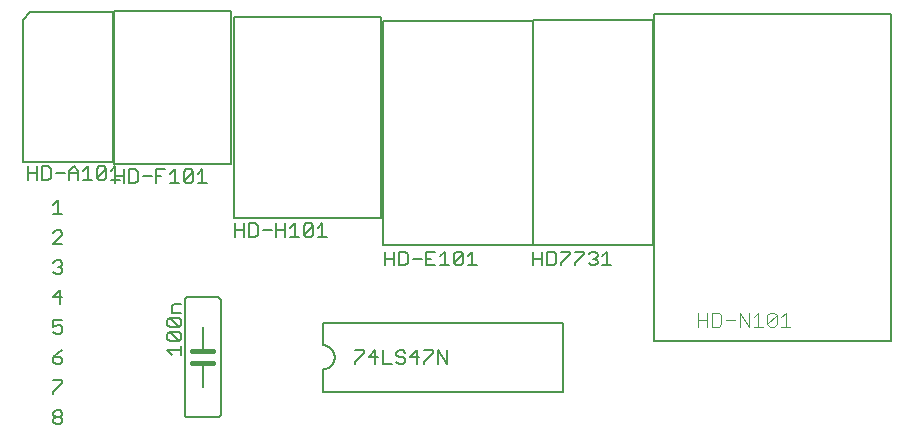
<source format=gbr>
G04 EAGLE Gerber X2 export*
G04 #@! %TF.Part,Single*
G04 #@! %TF.FileFunction,Legend,Top,1*
G04 #@! %TF.FilePolarity,Positive*
G04 #@! %TF.GenerationSoftware,Autodesk,EAGLE,9.0.0*
G04 #@! %TF.CreationDate,2019-08-08T19:18:53Z*
G75*
%MOMM*%
%FSLAX34Y34*%
%LPD*%
%AMOC8*
5,1,8,0,0,1.08239X$1,22.5*%
G01*
%ADD10C,0.152400*%
%ADD11C,0.406400*%
%ADD12C,0.127000*%
%ADD13C,0.101600*%


D10*
X193040Y27940D02*
X193040Y124460D01*
X190500Y127000D02*
X165100Y127000D01*
X162560Y124460D02*
X162560Y27940D01*
X165100Y25400D02*
X190500Y25400D01*
X190600Y25402D01*
X190699Y25408D01*
X190799Y25418D01*
X190897Y25431D01*
X190996Y25449D01*
X191093Y25470D01*
X191189Y25495D01*
X191285Y25524D01*
X191379Y25557D01*
X191472Y25593D01*
X191563Y25633D01*
X191653Y25677D01*
X191741Y25724D01*
X191827Y25774D01*
X191911Y25828D01*
X191993Y25885D01*
X192072Y25945D01*
X192150Y26009D01*
X192224Y26075D01*
X192296Y26144D01*
X192365Y26216D01*
X192431Y26290D01*
X192495Y26368D01*
X192555Y26447D01*
X192612Y26529D01*
X192666Y26613D01*
X192716Y26699D01*
X192763Y26787D01*
X192807Y26877D01*
X192847Y26968D01*
X192883Y27061D01*
X192916Y27155D01*
X192945Y27251D01*
X192970Y27347D01*
X192991Y27444D01*
X193009Y27543D01*
X193022Y27641D01*
X193032Y27741D01*
X193038Y27840D01*
X193040Y27940D01*
X165100Y25400D02*
X165000Y25402D01*
X164901Y25408D01*
X164801Y25418D01*
X164703Y25431D01*
X164604Y25449D01*
X164507Y25470D01*
X164411Y25495D01*
X164315Y25524D01*
X164221Y25557D01*
X164128Y25593D01*
X164037Y25633D01*
X163947Y25677D01*
X163859Y25724D01*
X163773Y25774D01*
X163689Y25828D01*
X163607Y25885D01*
X163528Y25945D01*
X163450Y26009D01*
X163376Y26075D01*
X163304Y26144D01*
X163235Y26216D01*
X163169Y26290D01*
X163105Y26368D01*
X163045Y26447D01*
X162988Y26529D01*
X162934Y26613D01*
X162884Y26699D01*
X162837Y26787D01*
X162793Y26877D01*
X162753Y26968D01*
X162717Y27061D01*
X162684Y27155D01*
X162655Y27251D01*
X162630Y27347D01*
X162609Y27444D01*
X162591Y27543D01*
X162578Y27641D01*
X162568Y27741D01*
X162562Y27840D01*
X162560Y27940D01*
X162560Y124460D02*
X162562Y124560D01*
X162568Y124659D01*
X162578Y124759D01*
X162591Y124857D01*
X162609Y124956D01*
X162630Y125053D01*
X162655Y125149D01*
X162684Y125245D01*
X162717Y125339D01*
X162753Y125432D01*
X162793Y125523D01*
X162837Y125613D01*
X162884Y125701D01*
X162934Y125787D01*
X162988Y125871D01*
X163045Y125953D01*
X163105Y126032D01*
X163169Y126110D01*
X163235Y126184D01*
X163304Y126256D01*
X163376Y126325D01*
X163450Y126391D01*
X163528Y126455D01*
X163607Y126515D01*
X163689Y126572D01*
X163773Y126626D01*
X163859Y126676D01*
X163947Y126723D01*
X164037Y126767D01*
X164128Y126807D01*
X164221Y126843D01*
X164315Y126876D01*
X164411Y126905D01*
X164507Y126930D01*
X164604Y126951D01*
X164703Y126969D01*
X164801Y126982D01*
X164901Y126992D01*
X165000Y126998D01*
X165100Y127000D01*
X190500Y127000D02*
X190600Y126998D01*
X190699Y126992D01*
X190799Y126982D01*
X190897Y126969D01*
X190996Y126951D01*
X191093Y126930D01*
X191189Y126905D01*
X191285Y126876D01*
X191379Y126843D01*
X191472Y126807D01*
X191563Y126767D01*
X191653Y126723D01*
X191741Y126676D01*
X191827Y126626D01*
X191911Y126572D01*
X191993Y126515D01*
X192072Y126455D01*
X192150Y126391D01*
X192224Y126325D01*
X192296Y126256D01*
X192365Y126184D01*
X192431Y126110D01*
X192495Y126032D01*
X192555Y125953D01*
X192612Y125871D01*
X192666Y125787D01*
X192716Y125701D01*
X192763Y125613D01*
X192807Y125523D01*
X192847Y125432D01*
X192883Y125339D01*
X192916Y125245D01*
X192945Y125149D01*
X192970Y125053D01*
X192991Y124956D01*
X193009Y124857D01*
X193022Y124759D01*
X193032Y124659D01*
X193038Y124560D01*
X193040Y124460D01*
X177800Y71120D02*
X177800Y50800D01*
X177800Y81280D02*
X177800Y101600D01*
D11*
X177800Y81280D02*
X186690Y81280D01*
X177800Y81280D02*
X168910Y81280D01*
X177800Y71120D02*
X186690Y71120D01*
X177800Y71120D02*
X168910Y71120D01*
D12*
X151759Y78319D02*
X147945Y82132D01*
X159385Y82132D01*
X159385Y78319D02*
X159385Y85946D01*
X157478Y90013D02*
X149852Y90013D01*
X147945Y91920D01*
X147945Y95733D01*
X149852Y97640D01*
X157478Y97640D01*
X159385Y95733D01*
X159385Y91920D01*
X157478Y90013D01*
X149852Y97640D01*
X149852Y101707D02*
X157478Y101707D01*
X149852Y101707D02*
X147945Y103614D01*
X147945Y107427D01*
X149852Y109333D01*
X157478Y109333D01*
X159385Y107427D01*
X159385Y103614D01*
X157478Y101707D01*
X149852Y109333D01*
X151759Y113401D02*
X159385Y113401D01*
X151759Y113401D02*
X151759Y119121D01*
X153665Y121027D01*
X159385Y121027D01*
X59062Y172085D02*
X51435Y172085D01*
X59062Y179712D01*
X59062Y181618D01*
X57155Y183525D01*
X53342Y183525D01*
X51435Y181618D01*
X53342Y31125D02*
X51435Y29218D01*
X53342Y31125D02*
X57155Y31125D01*
X59062Y29218D01*
X59062Y27312D01*
X57155Y25405D01*
X59062Y23498D01*
X59062Y21592D01*
X57155Y19685D01*
X53342Y19685D01*
X51435Y21592D01*
X51435Y23498D01*
X53342Y25405D01*
X51435Y27312D01*
X51435Y29218D01*
X53342Y25405D02*
X57155Y25405D01*
X51435Y156218D02*
X53342Y158125D01*
X57155Y158125D01*
X59062Y156218D01*
X59062Y154312D01*
X57155Y152405D01*
X55248Y152405D01*
X57155Y152405D02*
X59062Y150498D01*
X59062Y148592D01*
X57155Y146685D01*
X53342Y146685D01*
X51435Y148592D01*
X57155Y132725D02*
X57155Y121285D01*
X51435Y127005D02*
X57155Y132725D01*
X59062Y127005D02*
X51435Y127005D01*
X51435Y107325D02*
X59062Y107325D01*
X51435Y107325D02*
X51435Y101605D01*
X55248Y103512D01*
X57155Y103512D01*
X59062Y101605D01*
X59062Y97792D01*
X57155Y95885D01*
X53342Y95885D01*
X51435Y97792D01*
X59062Y81925D02*
X55248Y80018D01*
X51435Y76205D01*
X51435Y72392D01*
X53342Y70485D01*
X57155Y70485D01*
X59062Y72392D01*
X59062Y74298D01*
X57155Y76205D01*
X51435Y76205D01*
X51435Y56525D02*
X59062Y56525D01*
X59062Y54618D01*
X51435Y46992D01*
X51435Y45085D01*
X51435Y205112D02*
X55248Y208925D01*
X55248Y197485D01*
X51435Y197485D02*
X59062Y197485D01*
D10*
X279400Y105410D02*
X482600Y105410D01*
X482600Y46990D02*
X279400Y46990D01*
X482600Y46990D02*
X482600Y105410D01*
X279400Y105410D02*
X279400Y86360D01*
X279400Y66040D02*
X279400Y46990D01*
X279400Y66040D02*
X279647Y66043D01*
X279895Y66052D01*
X280142Y66067D01*
X280388Y66088D01*
X280634Y66115D01*
X280879Y66148D01*
X281124Y66187D01*
X281367Y66232D01*
X281609Y66283D01*
X281850Y66340D01*
X282089Y66402D01*
X282327Y66471D01*
X282563Y66545D01*
X282797Y66625D01*
X283029Y66710D01*
X283259Y66802D01*
X283487Y66898D01*
X283712Y67001D01*
X283935Y67108D01*
X284155Y67222D01*
X284372Y67340D01*
X284587Y67464D01*
X284798Y67593D01*
X285006Y67727D01*
X285211Y67866D01*
X285412Y68010D01*
X285610Y68158D01*
X285804Y68312D01*
X285994Y68470D01*
X286180Y68633D01*
X286362Y68800D01*
X286540Y68972D01*
X286714Y69148D01*
X286884Y69328D01*
X287049Y69513D01*
X287209Y69701D01*
X287365Y69893D01*
X287517Y70089D01*
X287663Y70288D01*
X287805Y70491D01*
X287941Y70698D01*
X288073Y70907D01*
X288199Y71120D01*
X288320Y71336D01*
X288436Y71554D01*
X288546Y71776D01*
X288651Y72000D01*
X288751Y72226D01*
X288845Y72455D01*
X288933Y72686D01*
X289016Y72920D01*
X289093Y73155D01*
X289164Y73392D01*
X289230Y73630D01*
X289289Y73870D01*
X289343Y74112D01*
X289391Y74355D01*
X289433Y74598D01*
X289469Y74843D01*
X289499Y75089D01*
X289523Y75335D01*
X289541Y75582D01*
X289553Y75829D01*
X289559Y76076D01*
X289559Y76324D01*
X289553Y76571D01*
X289541Y76818D01*
X289523Y77065D01*
X289499Y77311D01*
X289469Y77557D01*
X289433Y77802D01*
X289391Y78045D01*
X289343Y78288D01*
X289289Y78530D01*
X289230Y78770D01*
X289164Y79008D01*
X289093Y79245D01*
X289016Y79480D01*
X288933Y79714D01*
X288845Y79945D01*
X288751Y80174D01*
X288651Y80400D01*
X288546Y80624D01*
X288436Y80846D01*
X288320Y81064D01*
X288199Y81280D01*
X288073Y81493D01*
X287941Y81702D01*
X287805Y81909D01*
X287663Y82112D01*
X287517Y82311D01*
X287365Y82507D01*
X287209Y82699D01*
X287049Y82887D01*
X286884Y83072D01*
X286714Y83252D01*
X286540Y83428D01*
X286362Y83600D01*
X286180Y83767D01*
X285994Y83930D01*
X285804Y84088D01*
X285610Y84242D01*
X285412Y84390D01*
X285211Y84534D01*
X285006Y84673D01*
X284798Y84807D01*
X284587Y84936D01*
X284372Y85060D01*
X284155Y85178D01*
X283935Y85292D01*
X283712Y85399D01*
X283487Y85502D01*
X283259Y85598D01*
X283029Y85690D01*
X282797Y85775D01*
X282563Y85855D01*
X282327Y85929D01*
X282089Y85998D01*
X281850Y86060D01*
X281609Y86117D01*
X281367Y86168D01*
X281124Y86213D01*
X280879Y86252D01*
X280634Y86285D01*
X280388Y86312D01*
X280142Y86333D01*
X279895Y86348D01*
X279647Y86357D01*
X279400Y86360D01*
D12*
X306705Y81925D02*
X314332Y81925D01*
X314332Y80018D01*
X306705Y72392D01*
X306705Y70485D01*
X324119Y70485D02*
X324119Y81925D01*
X318399Y76205D01*
X326025Y76205D01*
X330093Y81925D02*
X330093Y70485D01*
X337719Y70485D01*
X347507Y81925D02*
X349413Y80018D01*
X347507Y81925D02*
X343694Y81925D01*
X341787Y80018D01*
X341787Y78112D01*
X343694Y76205D01*
X347507Y76205D01*
X349413Y74298D01*
X349413Y72392D01*
X347507Y70485D01*
X343694Y70485D01*
X341787Y72392D01*
X359201Y70485D02*
X359201Y81925D01*
X353481Y76205D01*
X361107Y76205D01*
X365175Y81925D02*
X372801Y81925D01*
X372801Y80018D01*
X365175Y72392D01*
X365175Y70485D01*
X376869Y70485D02*
X376869Y81925D01*
X384495Y70485D01*
X384495Y81925D01*
D10*
X25400Y241300D02*
X25400Y361950D01*
X25400Y241300D02*
X101600Y241300D01*
X101600Y368300D01*
X31750Y368300D02*
X25400Y361950D01*
X31750Y368300D02*
X101600Y368300D01*
D12*
X29845Y237627D02*
X29845Y226187D01*
X29845Y231907D02*
X37472Y231907D01*
X37472Y237627D02*
X37472Y226187D01*
X41539Y226187D02*
X41539Y237627D01*
X41539Y226187D02*
X47259Y226187D01*
X49165Y228094D01*
X49165Y235720D01*
X47259Y237627D01*
X41539Y237627D01*
X53233Y231907D02*
X60859Y231907D01*
X64927Y233814D02*
X64927Y226187D01*
X64927Y233814D02*
X68740Y237627D01*
X72553Y233814D01*
X72553Y226187D01*
X72553Y231907D02*
X64927Y231907D01*
X76621Y233814D02*
X80434Y237627D01*
X80434Y226187D01*
X76621Y226187D02*
X84247Y226187D01*
X88315Y228094D02*
X88315Y235720D01*
X90221Y237627D01*
X94035Y237627D01*
X95941Y235720D01*
X95941Y228094D01*
X94035Y226187D01*
X90221Y226187D01*
X88315Y228094D01*
X95941Y235720D01*
X100009Y233814D02*
X103822Y237627D01*
X103822Y226187D01*
X100009Y226187D02*
X107635Y226187D01*
D10*
X330200Y171450D02*
X457200Y171450D01*
X457200Y360680D01*
X330200Y360680D02*
X330200Y171450D01*
X330200Y360680D02*
X457200Y360680D01*
D12*
X332105Y165237D02*
X332105Y153797D01*
X332105Y159517D02*
X339732Y159517D01*
X339732Y165237D02*
X339732Y153797D01*
X343799Y153797D02*
X343799Y165237D01*
X343799Y153797D02*
X349519Y153797D01*
X351425Y155704D01*
X351425Y163330D01*
X349519Y165237D01*
X343799Y165237D01*
X355493Y159517D02*
X363119Y159517D01*
X367187Y165237D02*
X374813Y165237D01*
X367187Y165237D02*
X367187Y153797D01*
X374813Y153797D01*
X371000Y159517D02*
X367187Y159517D01*
X378881Y161424D02*
X382694Y165237D01*
X382694Y153797D01*
X378881Y153797D02*
X386507Y153797D01*
X390575Y155704D02*
X390575Y163330D01*
X392481Y165237D01*
X396295Y165237D01*
X398201Y163330D01*
X398201Y155704D01*
X396295Y153797D01*
X392481Y153797D01*
X390575Y155704D01*
X398201Y163330D01*
X402269Y161424D02*
X406082Y165237D01*
X406082Y153797D01*
X402269Y153797D02*
X409895Y153797D01*
D10*
X201930Y240030D02*
X102870Y240030D01*
X201930Y240030D02*
X201930Y369570D01*
X102870Y369570D02*
X102870Y240030D01*
X102870Y369570D02*
X201930Y369570D01*
D12*
X103505Y235087D02*
X103505Y223647D01*
X103505Y229367D02*
X111132Y229367D01*
X111132Y235087D02*
X111132Y223647D01*
X115199Y223647D02*
X115199Y235087D01*
X115199Y223647D02*
X120919Y223647D01*
X122825Y225554D01*
X122825Y233180D01*
X120919Y235087D01*
X115199Y235087D01*
X126893Y229367D02*
X134519Y229367D01*
X138587Y223647D02*
X138587Y235087D01*
X146213Y235087D01*
X142400Y229367D02*
X138587Y229367D01*
X150281Y231274D02*
X154094Y235087D01*
X154094Y223647D01*
X150281Y223647D02*
X157907Y223647D01*
X161975Y225554D02*
X161975Y233180D01*
X163881Y235087D01*
X167695Y235087D01*
X169601Y233180D01*
X169601Y225554D01*
X167695Y223647D01*
X163881Y223647D01*
X161975Y225554D01*
X169601Y233180D01*
X173669Y231274D02*
X177482Y235087D01*
X177482Y223647D01*
X173669Y223647D02*
X181295Y223647D01*
D10*
X328930Y194310D02*
X328930Y364490D01*
X204470Y364490D01*
X204470Y194310D01*
X328930Y194310D01*
D12*
X205105Y189367D02*
X205105Y177927D01*
X205105Y183647D02*
X212732Y183647D01*
X212732Y189367D02*
X212732Y177927D01*
X216799Y177927D02*
X216799Y189367D01*
X216799Y177927D02*
X222519Y177927D01*
X224425Y179834D01*
X224425Y187460D01*
X222519Y189367D01*
X216799Y189367D01*
X228493Y183647D02*
X236119Y183647D01*
X240187Y177927D02*
X240187Y189367D01*
X240187Y183647D02*
X247813Y183647D01*
X247813Y189367D02*
X247813Y177927D01*
X251881Y185554D02*
X255694Y189367D01*
X255694Y177927D01*
X251881Y177927D02*
X259507Y177927D01*
X263575Y179834D02*
X263575Y187460D01*
X265481Y189367D01*
X269295Y189367D01*
X271201Y187460D01*
X271201Y179834D01*
X269295Y177927D01*
X265481Y177927D01*
X263575Y179834D01*
X271201Y187460D01*
X275269Y185554D02*
X279082Y189367D01*
X279082Y177927D01*
X275269Y177927D02*
X282895Y177927D01*
D10*
X760730Y90170D02*
X760730Y367030D01*
X560070Y367030D01*
X560070Y90170D01*
X760730Y90170D01*
D13*
X597408Y102108D02*
X597408Y113802D01*
X597408Y107955D02*
X605204Y107955D01*
X605204Y113802D02*
X605204Y102108D01*
X609102Y102108D02*
X609102Y113802D01*
X609102Y102108D02*
X614949Y102108D01*
X616898Y104057D01*
X616898Y111853D01*
X614949Y113802D01*
X609102Y113802D01*
X620796Y107955D02*
X628592Y107955D01*
X632490Y102108D02*
X632490Y113802D01*
X640286Y102108D01*
X640286Y113802D01*
X644184Y109904D02*
X648082Y113802D01*
X648082Y102108D01*
X644184Y102108D02*
X651980Y102108D01*
X655878Y104057D02*
X655878Y111853D01*
X657827Y113802D01*
X661725Y113802D01*
X663674Y111853D01*
X663674Y104057D01*
X661725Y102108D01*
X657827Y102108D01*
X655878Y104057D01*
X663674Y111853D01*
X667572Y109904D02*
X671470Y113802D01*
X671470Y102108D01*
X667572Y102108D02*
X675368Y102108D01*
D10*
X558800Y171450D02*
X457200Y171450D01*
X558800Y171450D02*
X558800Y361950D01*
X457200Y361950D02*
X457200Y171450D01*
X457200Y361950D02*
X558800Y361950D01*
D12*
X457835Y165237D02*
X457835Y153797D01*
X457835Y159517D02*
X465462Y159517D01*
X465462Y165237D02*
X465462Y153797D01*
X469529Y153797D02*
X469529Y165237D01*
X469529Y153797D02*
X475249Y153797D01*
X477155Y155704D01*
X477155Y163330D01*
X475249Y165237D01*
X469529Y165237D01*
X481223Y165237D02*
X488849Y165237D01*
X488849Y163330D01*
X481223Y155704D01*
X481223Y153797D01*
X492917Y165237D02*
X500543Y165237D01*
X500543Y163330D01*
X492917Y155704D01*
X492917Y153797D01*
X504611Y163330D02*
X506518Y165237D01*
X510331Y165237D01*
X512237Y163330D01*
X512237Y161424D01*
X510331Y159517D01*
X508424Y159517D01*
X510331Y159517D02*
X512237Y157610D01*
X512237Y155704D01*
X510331Y153797D01*
X506518Y153797D01*
X504611Y155704D01*
X516305Y161424D02*
X520118Y165237D01*
X520118Y153797D01*
X516305Y153797D02*
X523931Y153797D01*
M02*

</source>
